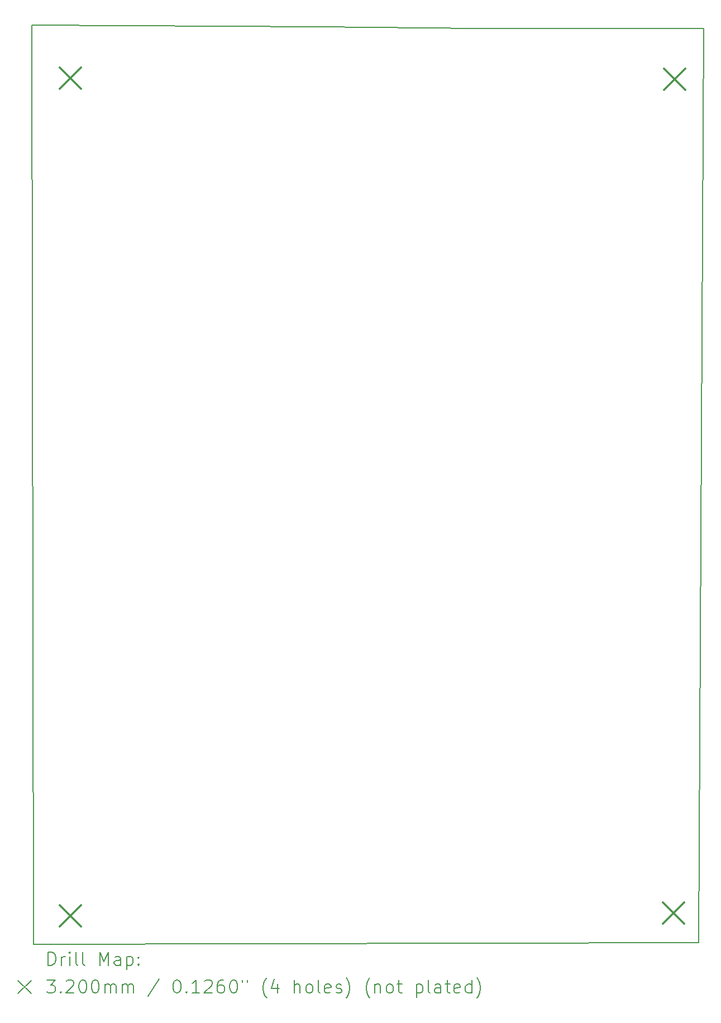
<source format=gbr>
%TF.GenerationSoftware,KiCad,Pcbnew,8.0.1*%
%TF.CreationDate,2024-10-07T22:49:59+02:00*%
%TF.ProjectId,CREPP.io,43524550-502e-4696-9f2e-6b696361645f,rev?*%
%TF.SameCoordinates,Original*%
%TF.FileFunction,Drillmap*%
%TF.FilePolarity,Positive*%
%FSLAX45Y45*%
G04 Gerber Fmt 4.5, Leading zero omitted, Abs format (unit mm)*
G04 Created by KiCad (PCBNEW 8.0.1) date 2024-10-07 22:49:59*
%MOMM*%
%LPD*%
G01*
G04 APERTURE LIST*
%ADD10C,0.200000*%
%ADD11C,0.320000*%
G04 APERTURE END LIST*
D10*
X14279880Y-1524000D02*
X16692880Y-1549400D01*
X16718280Y-1549400D01*
X20121880Y-1549400D01*
X20045680Y-15417800D01*
X9961880Y-15443200D01*
X9936480Y-1498600D01*
X14279880Y-1524000D01*
D11*
X10359619Y-14856579D02*
X10679619Y-15176579D01*
X10679619Y-14856579D02*
X10359619Y-15176579D01*
X10364699Y-2146419D02*
X10684699Y-2466419D01*
X10684699Y-2146419D02*
X10364699Y-2466419D01*
X19508699Y-14810859D02*
X19828699Y-15130859D01*
X19828699Y-14810859D02*
X19508699Y-15130859D01*
X19523939Y-2161659D02*
X19843939Y-2481659D01*
X19843939Y-2161659D02*
X19523939Y-2481659D01*
D10*
X10187257Y-15764684D02*
X10187257Y-15564684D01*
X10187257Y-15564684D02*
X10234876Y-15564684D01*
X10234876Y-15564684D02*
X10263447Y-15574208D01*
X10263447Y-15574208D02*
X10282495Y-15593255D01*
X10282495Y-15593255D02*
X10292019Y-15612303D01*
X10292019Y-15612303D02*
X10301543Y-15650398D01*
X10301543Y-15650398D02*
X10301543Y-15678969D01*
X10301543Y-15678969D02*
X10292019Y-15717065D01*
X10292019Y-15717065D02*
X10282495Y-15736112D01*
X10282495Y-15736112D02*
X10263447Y-15755160D01*
X10263447Y-15755160D02*
X10234876Y-15764684D01*
X10234876Y-15764684D02*
X10187257Y-15764684D01*
X10387257Y-15764684D02*
X10387257Y-15631350D01*
X10387257Y-15669446D02*
X10396781Y-15650398D01*
X10396781Y-15650398D02*
X10406304Y-15640874D01*
X10406304Y-15640874D02*
X10425352Y-15631350D01*
X10425352Y-15631350D02*
X10444400Y-15631350D01*
X10511066Y-15764684D02*
X10511066Y-15631350D01*
X10511066Y-15564684D02*
X10501543Y-15574208D01*
X10501543Y-15574208D02*
X10511066Y-15583731D01*
X10511066Y-15583731D02*
X10520590Y-15574208D01*
X10520590Y-15574208D02*
X10511066Y-15564684D01*
X10511066Y-15564684D02*
X10511066Y-15583731D01*
X10634876Y-15764684D02*
X10615828Y-15755160D01*
X10615828Y-15755160D02*
X10606304Y-15736112D01*
X10606304Y-15736112D02*
X10606304Y-15564684D01*
X10739638Y-15764684D02*
X10720590Y-15755160D01*
X10720590Y-15755160D02*
X10711066Y-15736112D01*
X10711066Y-15736112D02*
X10711066Y-15564684D01*
X10968209Y-15764684D02*
X10968209Y-15564684D01*
X10968209Y-15564684D02*
X11034876Y-15707541D01*
X11034876Y-15707541D02*
X11101543Y-15564684D01*
X11101543Y-15564684D02*
X11101543Y-15764684D01*
X11282495Y-15764684D02*
X11282495Y-15659922D01*
X11282495Y-15659922D02*
X11272971Y-15640874D01*
X11272971Y-15640874D02*
X11253923Y-15631350D01*
X11253923Y-15631350D02*
X11215828Y-15631350D01*
X11215828Y-15631350D02*
X11196781Y-15640874D01*
X11282495Y-15755160D02*
X11263447Y-15764684D01*
X11263447Y-15764684D02*
X11215828Y-15764684D01*
X11215828Y-15764684D02*
X11196781Y-15755160D01*
X11196781Y-15755160D02*
X11187257Y-15736112D01*
X11187257Y-15736112D02*
X11187257Y-15717065D01*
X11187257Y-15717065D02*
X11196781Y-15698017D01*
X11196781Y-15698017D02*
X11215828Y-15688493D01*
X11215828Y-15688493D02*
X11263447Y-15688493D01*
X11263447Y-15688493D02*
X11282495Y-15678969D01*
X11377733Y-15631350D02*
X11377733Y-15831350D01*
X11377733Y-15640874D02*
X11396781Y-15631350D01*
X11396781Y-15631350D02*
X11434876Y-15631350D01*
X11434876Y-15631350D02*
X11453923Y-15640874D01*
X11453923Y-15640874D02*
X11463447Y-15650398D01*
X11463447Y-15650398D02*
X11472971Y-15669446D01*
X11472971Y-15669446D02*
X11472971Y-15726588D01*
X11472971Y-15726588D02*
X11463447Y-15745636D01*
X11463447Y-15745636D02*
X11453923Y-15755160D01*
X11453923Y-15755160D02*
X11434876Y-15764684D01*
X11434876Y-15764684D02*
X11396781Y-15764684D01*
X11396781Y-15764684D02*
X11377733Y-15755160D01*
X11558685Y-15745636D02*
X11568209Y-15755160D01*
X11568209Y-15755160D02*
X11558685Y-15764684D01*
X11558685Y-15764684D02*
X11549162Y-15755160D01*
X11549162Y-15755160D02*
X11558685Y-15745636D01*
X11558685Y-15745636D02*
X11558685Y-15764684D01*
X11558685Y-15640874D02*
X11568209Y-15650398D01*
X11568209Y-15650398D02*
X11558685Y-15659922D01*
X11558685Y-15659922D02*
X11549162Y-15650398D01*
X11549162Y-15650398D02*
X11558685Y-15640874D01*
X11558685Y-15640874D02*
X11558685Y-15659922D01*
X9726480Y-15993200D02*
X9926480Y-16193200D01*
X9926480Y-15993200D02*
X9726480Y-16193200D01*
X10168209Y-15984684D02*
X10292019Y-15984684D01*
X10292019Y-15984684D02*
X10225352Y-16060874D01*
X10225352Y-16060874D02*
X10253924Y-16060874D01*
X10253924Y-16060874D02*
X10272971Y-16070398D01*
X10272971Y-16070398D02*
X10282495Y-16079922D01*
X10282495Y-16079922D02*
X10292019Y-16098969D01*
X10292019Y-16098969D02*
X10292019Y-16146588D01*
X10292019Y-16146588D02*
X10282495Y-16165636D01*
X10282495Y-16165636D02*
X10272971Y-16175160D01*
X10272971Y-16175160D02*
X10253924Y-16184684D01*
X10253924Y-16184684D02*
X10196781Y-16184684D01*
X10196781Y-16184684D02*
X10177733Y-16175160D01*
X10177733Y-16175160D02*
X10168209Y-16165636D01*
X10377733Y-16165636D02*
X10387257Y-16175160D01*
X10387257Y-16175160D02*
X10377733Y-16184684D01*
X10377733Y-16184684D02*
X10368209Y-16175160D01*
X10368209Y-16175160D02*
X10377733Y-16165636D01*
X10377733Y-16165636D02*
X10377733Y-16184684D01*
X10463447Y-16003731D02*
X10472971Y-15994208D01*
X10472971Y-15994208D02*
X10492019Y-15984684D01*
X10492019Y-15984684D02*
X10539638Y-15984684D01*
X10539638Y-15984684D02*
X10558685Y-15994208D01*
X10558685Y-15994208D02*
X10568209Y-16003731D01*
X10568209Y-16003731D02*
X10577733Y-16022779D01*
X10577733Y-16022779D02*
X10577733Y-16041827D01*
X10577733Y-16041827D02*
X10568209Y-16070398D01*
X10568209Y-16070398D02*
X10453924Y-16184684D01*
X10453924Y-16184684D02*
X10577733Y-16184684D01*
X10701543Y-15984684D02*
X10720590Y-15984684D01*
X10720590Y-15984684D02*
X10739638Y-15994208D01*
X10739638Y-15994208D02*
X10749162Y-16003731D01*
X10749162Y-16003731D02*
X10758685Y-16022779D01*
X10758685Y-16022779D02*
X10768209Y-16060874D01*
X10768209Y-16060874D02*
X10768209Y-16108493D01*
X10768209Y-16108493D02*
X10758685Y-16146588D01*
X10758685Y-16146588D02*
X10749162Y-16165636D01*
X10749162Y-16165636D02*
X10739638Y-16175160D01*
X10739638Y-16175160D02*
X10720590Y-16184684D01*
X10720590Y-16184684D02*
X10701543Y-16184684D01*
X10701543Y-16184684D02*
X10682495Y-16175160D01*
X10682495Y-16175160D02*
X10672971Y-16165636D01*
X10672971Y-16165636D02*
X10663447Y-16146588D01*
X10663447Y-16146588D02*
X10653924Y-16108493D01*
X10653924Y-16108493D02*
X10653924Y-16060874D01*
X10653924Y-16060874D02*
X10663447Y-16022779D01*
X10663447Y-16022779D02*
X10672971Y-16003731D01*
X10672971Y-16003731D02*
X10682495Y-15994208D01*
X10682495Y-15994208D02*
X10701543Y-15984684D01*
X10892019Y-15984684D02*
X10911066Y-15984684D01*
X10911066Y-15984684D02*
X10930114Y-15994208D01*
X10930114Y-15994208D02*
X10939638Y-16003731D01*
X10939638Y-16003731D02*
X10949162Y-16022779D01*
X10949162Y-16022779D02*
X10958685Y-16060874D01*
X10958685Y-16060874D02*
X10958685Y-16108493D01*
X10958685Y-16108493D02*
X10949162Y-16146588D01*
X10949162Y-16146588D02*
X10939638Y-16165636D01*
X10939638Y-16165636D02*
X10930114Y-16175160D01*
X10930114Y-16175160D02*
X10911066Y-16184684D01*
X10911066Y-16184684D02*
X10892019Y-16184684D01*
X10892019Y-16184684D02*
X10872971Y-16175160D01*
X10872971Y-16175160D02*
X10863447Y-16165636D01*
X10863447Y-16165636D02*
X10853924Y-16146588D01*
X10853924Y-16146588D02*
X10844400Y-16108493D01*
X10844400Y-16108493D02*
X10844400Y-16060874D01*
X10844400Y-16060874D02*
X10853924Y-16022779D01*
X10853924Y-16022779D02*
X10863447Y-16003731D01*
X10863447Y-16003731D02*
X10872971Y-15994208D01*
X10872971Y-15994208D02*
X10892019Y-15984684D01*
X11044400Y-16184684D02*
X11044400Y-16051350D01*
X11044400Y-16070398D02*
X11053924Y-16060874D01*
X11053924Y-16060874D02*
X11072971Y-16051350D01*
X11072971Y-16051350D02*
X11101543Y-16051350D01*
X11101543Y-16051350D02*
X11120590Y-16060874D01*
X11120590Y-16060874D02*
X11130114Y-16079922D01*
X11130114Y-16079922D02*
X11130114Y-16184684D01*
X11130114Y-16079922D02*
X11139638Y-16060874D01*
X11139638Y-16060874D02*
X11158685Y-16051350D01*
X11158685Y-16051350D02*
X11187257Y-16051350D01*
X11187257Y-16051350D02*
X11206304Y-16060874D01*
X11206304Y-16060874D02*
X11215828Y-16079922D01*
X11215828Y-16079922D02*
X11215828Y-16184684D01*
X11311066Y-16184684D02*
X11311066Y-16051350D01*
X11311066Y-16070398D02*
X11320590Y-16060874D01*
X11320590Y-16060874D02*
X11339638Y-16051350D01*
X11339638Y-16051350D02*
X11368209Y-16051350D01*
X11368209Y-16051350D02*
X11387257Y-16060874D01*
X11387257Y-16060874D02*
X11396781Y-16079922D01*
X11396781Y-16079922D02*
X11396781Y-16184684D01*
X11396781Y-16079922D02*
X11406304Y-16060874D01*
X11406304Y-16060874D02*
X11425352Y-16051350D01*
X11425352Y-16051350D02*
X11453923Y-16051350D01*
X11453923Y-16051350D02*
X11472971Y-16060874D01*
X11472971Y-16060874D02*
X11482495Y-16079922D01*
X11482495Y-16079922D02*
X11482495Y-16184684D01*
X11872971Y-15975160D02*
X11701543Y-16232303D01*
X12130114Y-15984684D02*
X12149162Y-15984684D01*
X12149162Y-15984684D02*
X12168209Y-15994208D01*
X12168209Y-15994208D02*
X12177733Y-16003731D01*
X12177733Y-16003731D02*
X12187257Y-16022779D01*
X12187257Y-16022779D02*
X12196781Y-16060874D01*
X12196781Y-16060874D02*
X12196781Y-16108493D01*
X12196781Y-16108493D02*
X12187257Y-16146588D01*
X12187257Y-16146588D02*
X12177733Y-16165636D01*
X12177733Y-16165636D02*
X12168209Y-16175160D01*
X12168209Y-16175160D02*
X12149162Y-16184684D01*
X12149162Y-16184684D02*
X12130114Y-16184684D01*
X12130114Y-16184684D02*
X12111066Y-16175160D01*
X12111066Y-16175160D02*
X12101543Y-16165636D01*
X12101543Y-16165636D02*
X12092019Y-16146588D01*
X12092019Y-16146588D02*
X12082495Y-16108493D01*
X12082495Y-16108493D02*
X12082495Y-16060874D01*
X12082495Y-16060874D02*
X12092019Y-16022779D01*
X12092019Y-16022779D02*
X12101543Y-16003731D01*
X12101543Y-16003731D02*
X12111066Y-15994208D01*
X12111066Y-15994208D02*
X12130114Y-15984684D01*
X12282495Y-16165636D02*
X12292019Y-16175160D01*
X12292019Y-16175160D02*
X12282495Y-16184684D01*
X12282495Y-16184684D02*
X12272971Y-16175160D01*
X12272971Y-16175160D02*
X12282495Y-16165636D01*
X12282495Y-16165636D02*
X12282495Y-16184684D01*
X12482495Y-16184684D02*
X12368209Y-16184684D01*
X12425352Y-16184684D02*
X12425352Y-15984684D01*
X12425352Y-15984684D02*
X12406305Y-16013255D01*
X12406305Y-16013255D02*
X12387257Y-16032303D01*
X12387257Y-16032303D02*
X12368209Y-16041827D01*
X12558686Y-16003731D02*
X12568209Y-15994208D01*
X12568209Y-15994208D02*
X12587257Y-15984684D01*
X12587257Y-15984684D02*
X12634876Y-15984684D01*
X12634876Y-15984684D02*
X12653924Y-15994208D01*
X12653924Y-15994208D02*
X12663447Y-16003731D01*
X12663447Y-16003731D02*
X12672971Y-16022779D01*
X12672971Y-16022779D02*
X12672971Y-16041827D01*
X12672971Y-16041827D02*
X12663447Y-16070398D01*
X12663447Y-16070398D02*
X12549162Y-16184684D01*
X12549162Y-16184684D02*
X12672971Y-16184684D01*
X12844400Y-15984684D02*
X12806305Y-15984684D01*
X12806305Y-15984684D02*
X12787257Y-15994208D01*
X12787257Y-15994208D02*
X12777733Y-16003731D01*
X12777733Y-16003731D02*
X12758686Y-16032303D01*
X12758686Y-16032303D02*
X12749162Y-16070398D01*
X12749162Y-16070398D02*
X12749162Y-16146588D01*
X12749162Y-16146588D02*
X12758686Y-16165636D01*
X12758686Y-16165636D02*
X12768209Y-16175160D01*
X12768209Y-16175160D02*
X12787257Y-16184684D01*
X12787257Y-16184684D02*
X12825352Y-16184684D01*
X12825352Y-16184684D02*
X12844400Y-16175160D01*
X12844400Y-16175160D02*
X12853924Y-16165636D01*
X12853924Y-16165636D02*
X12863447Y-16146588D01*
X12863447Y-16146588D02*
X12863447Y-16098969D01*
X12863447Y-16098969D02*
X12853924Y-16079922D01*
X12853924Y-16079922D02*
X12844400Y-16070398D01*
X12844400Y-16070398D02*
X12825352Y-16060874D01*
X12825352Y-16060874D02*
X12787257Y-16060874D01*
X12787257Y-16060874D02*
X12768209Y-16070398D01*
X12768209Y-16070398D02*
X12758686Y-16079922D01*
X12758686Y-16079922D02*
X12749162Y-16098969D01*
X12987257Y-15984684D02*
X13006305Y-15984684D01*
X13006305Y-15984684D02*
X13025352Y-15994208D01*
X13025352Y-15994208D02*
X13034876Y-16003731D01*
X13034876Y-16003731D02*
X13044400Y-16022779D01*
X13044400Y-16022779D02*
X13053924Y-16060874D01*
X13053924Y-16060874D02*
X13053924Y-16108493D01*
X13053924Y-16108493D02*
X13044400Y-16146588D01*
X13044400Y-16146588D02*
X13034876Y-16165636D01*
X13034876Y-16165636D02*
X13025352Y-16175160D01*
X13025352Y-16175160D02*
X13006305Y-16184684D01*
X13006305Y-16184684D02*
X12987257Y-16184684D01*
X12987257Y-16184684D02*
X12968209Y-16175160D01*
X12968209Y-16175160D02*
X12958686Y-16165636D01*
X12958686Y-16165636D02*
X12949162Y-16146588D01*
X12949162Y-16146588D02*
X12939638Y-16108493D01*
X12939638Y-16108493D02*
X12939638Y-16060874D01*
X12939638Y-16060874D02*
X12949162Y-16022779D01*
X12949162Y-16022779D02*
X12958686Y-16003731D01*
X12958686Y-16003731D02*
X12968209Y-15994208D01*
X12968209Y-15994208D02*
X12987257Y-15984684D01*
X13130114Y-15984684D02*
X13130114Y-16022779D01*
X13206305Y-15984684D02*
X13206305Y-16022779D01*
X13501543Y-16260874D02*
X13492019Y-16251350D01*
X13492019Y-16251350D02*
X13472971Y-16222779D01*
X13472971Y-16222779D02*
X13463448Y-16203731D01*
X13463448Y-16203731D02*
X13453924Y-16175160D01*
X13453924Y-16175160D02*
X13444400Y-16127541D01*
X13444400Y-16127541D02*
X13444400Y-16089446D01*
X13444400Y-16089446D02*
X13453924Y-16041827D01*
X13453924Y-16041827D02*
X13463448Y-16013255D01*
X13463448Y-16013255D02*
X13472971Y-15994208D01*
X13472971Y-15994208D02*
X13492019Y-15965636D01*
X13492019Y-15965636D02*
X13501543Y-15956112D01*
X13663448Y-16051350D02*
X13663448Y-16184684D01*
X13615828Y-15975160D02*
X13568209Y-16118017D01*
X13568209Y-16118017D02*
X13692019Y-16118017D01*
X13920590Y-16184684D02*
X13920590Y-15984684D01*
X14006305Y-16184684D02*
X14006305Y-16079922D01*
X14006305Y-16079922D02*
X13996781Y-16060874D01*
X13996781Y-16060874D02*
X13977733Y-16051350D01*
X13977733Y-16051350D02*
X13949162Y-16051350D01*
X13949162Y-16051350D02*
X13930114Y-16060874D01*
X13930114Y-16060874D02*
X13920590Y-16070398D01*
X14130114Y-16184684D02*
X14111067Y-16175160D01*
X14111067Y-16175160D02*
X14101543Y-16165636D01*
X14101543Y-16165636D02*
X14092019Y-16146588D01*
X14092019Y-16146588D02*
X14092019Y-16089446D01*
X14092019Y-16089446D02*
X14101543Y-16070398D01*
X14101543Y-16070398D02*
X14111067Y-16060874D01*
X14111067Y-16060874D02*
X14130114Y-16051350D01*
X14130114Y-16051350D02*
X14158686Y-16051350D01*
X14158686Y-16051350D02*
X14177733Y-16060874D01*
X14177733Y-16060874D02*
X14187257Y-16070398D01*
X14187257Y-16070398D02*
X14196781Y-16089446D01*
X14196781Y-16089446D02*
X14196781Y-16146588D01*
X14196781Y-16146588D02*
X14187257Y-16165636D01*
X14187257Y-16165636D02*
X14177733Y-16175160D01*
X14177733Y-16175160D02*
X14158686Y-16184684D01*
X14158686Y-16184684D02*
X14130114Y-16184684D01*
X14311067Y-16184684D02*
X14292019Y-16175160D01*
X14292019Y-16175160D02*
X14282495Y-16156112D01*
X14282495Y-16156112D02*
X14282495Y-15984684D01*
X14463448Y-16175160D02*
X14444400Y-16184684D01*
X14444400Y-16184684D02*
X14406305Y-16184684D01*
X14406305Y-16184684D02*
X14387257Y-16175160D01*
X14387257Y-16175160D02*
X14377733Y-16156112D01*
X14377733Y-16156112D02*
X14377733Y-16079922D01*
X14377733Y-16079922D02*
X14387257Y-16060874D01*
X14387257Y-16060874D02*
X14406305Y-16051350D01*
X14406305Y-16051350D02*
X14444400Y-16051350D01*
X14444400Y-16051350D02*
X14463448Y-16060874D01*
X14463448Y-16060874D02*
X14472971Y-16079922D01*
X14472971Y-16079922D02*
X14472971Y-16098969D01*
X14472971Y-16098969D02*
X14377733Y-16118017D01*
X14549162Y-16175160D02*
X14568210Y-16184684D01*
X14568210Y-16184684D02*
X14606305Y-16184684D01*
X14606305Y-16184684D02*
X14625352Y-16175160D01*
X14625352Y-16175160D02*
X14634876Y-16156112D01*
X14634876Y-16156112D02*
X14634876Y-16146588D01*
X14634876Y-16146588D02*
X14625352Y-16127541D01*
X14625352Y-16127541D02*
X14606305Y-16118017D01*
X14606305Y-16118017D02*
X14577733Y-16118017D01*
X14577733Y-16118017D02*
X14558686Y-16108493D01*
X14558686Y-16108493D02*
X14549162Y-16089446D01*
X14549162Y-16089446D02*
X14549162Y-16079922D01*
X14549162Y-16079922D02*
X14558686Y-16060874D01*
X14558686Y-16060874D02*
X14577733Y-16051350D01*
X14577733Y-16051350D02*
X14606305Y-16051350D01*
X14606305Y-16051350D02*
X14625352Y-16060874D01*
X14701543Y-16260874D02*
X14711067Y-16251350D01*
X14711067Y-16251350D02*
X14730114Y-16222779D01*
X14730114Y-16222779D02*
X14739638Y-16203731D01*
X14739638Y-16203731D02*
X14749162Y-16175160D01*
X14749162Y-16175160D02*
X14758686Y-16127541D01*
X14758686Y-16127541D02*
X14758686Y-16089446D01*
X14758686Y-16089446D02*
X14749162Y-16041827D01*
X14749162Y-16041827D02*
X14739638Y-16013255D01*
X14739638Y-16013255D02*
X14730114Y-15994208D01*
X14730114Y-15994208D02*
X14711067Y-15965636D01*
X14711067Y-15965636D02*
X14701543Y-15956112D01*
X15063448Y-16260874D02*
X15053924Y-16251350D01*
X15053924Y-16251350D02*
X15034876Y-16222779D01*
X15034876Y-16222779D02*
X15025352Y-16203731D01*
X15025352Y-16203731D02*
X15015829Y-16175160D01*
X15015829Y-16175160D02*
X15006305Y-16127541D01*
X15006305Y-16127541D02*
X15006305Y-16089446D01*
X15006305Y-16089446D02*
X15015829Y-16041827D01*
X15015829Y-16041827D02*
X15025352Y-16013255D01*
X15025352Y-16013255D02*
X15034876Y-15994208D01*
X15034876Y-15994208D02*
X15053924Y-15965636D01*
X15053924Y-15965636D02*
X15063448Y-15956112D01*
X15139638Y-16051350D02*
X15139638Y-16184684D01*
X15139638Y-16070398D02*
X15149162Y-16060874D01*
X15149162Y-16060874D02*
X15168210Y-16051350D01*
X15168210Y-16051350D02*
X15196781Y-16051350D01*
X15196781Y-16051350D02*
X15215829Y-16060874D01*
X15215829Y-16060874D02*
X15225352Y-16079922D01*
X15225352Y-16079922D02*
X15225352Y-16184684D01*
X15349162Y-16184684D02*
X15330114Y-16175160D01*
X15330114Y-16175160D02*
X15320591Y-16165636D01*
X15320591Y-16165636D02*
X15311067Y-16146588D01*
X15311067Y-16146588D02*
X15311067Y-16089446D01*
X15311067Y-16089446D02*
X15320591Y-16070398D01*
X15320591Y-16070398D02*
X15330114Y-16060874D01*
X15330114Y-16060874D02*
X15349162Y-16051350D01*
X15349162Y-16051350D02*
X15377733Y-16051350D01*
X15377733Y-16051350D02*
X15396781Y-16060874D01*
X15396781Y-16060874D02*
X15406305Y-16070398D01*
X15406305Y-16070398D02*
X15415829Y-16089446D01*
X15415829Y-16089446D02*
X15415829Y-16146588D01*
X15415829Y-16146588D02*
X15406305Y-16165636D01*
X15406305Y-16165636D02*
X15396781Y-16175160D01*
X15396781Y-16175160D02*
X15377733Y-16184684D01*
X15377733Y-16184684D02*
X15349162Y-16184684D01*
X15472972Y-16051350D02*
X15549162Y-16051350D01*
X15501543Y-15984684D02*
X15501543Y-16156112D01*
X15501543Y-16156112D02*
X15511067Y-16175160D01*
X15511067Y-16175160D02*
X15530114Y-16184684D01*
X15530114Y-16184684D02*
X15549162Y-16184684D01*
X15768210Y-16051350D02*
X15768210Y-16251350D01*
X15768210Y-16060874D02*
X15787257Y-16051350D01*
X15787257Y-16051350D02*
X15825353Y-16051350D01*
X15825353Y-16051350D02*
X15844400Y-16060874D01*
X15844400Y-16060874D02*
X15853924Y-16070398D01*
X15853924Y-16070398D02*
X15863448Y-16089446D01*
X15863448Y-16089446D02*
X15863448Y-16146588D01*
X15863448Y-16146588D02*
X15853924Y-16165636D01*
X15853924Y-16165636D02*
X15844400Y-16175160D01*
X15844400Y-16175160D02*
X15825353Y-16184684D01*
X15825353Y-16184684D02*
X15787257Y-16184684D01*
X15787257Y-16184684D02*
X15768210Y-16175160D01*
X15977733Y-16184684D02*
X15958686Y-16175160D01*
X15958686Y-16175160D02*
X15949162Y-16156112D01*
X15949162Y-16156112D02*
X15949162Y-15984684D01*
X16139638Y-16184684D02*
X16139638Y-16079922D01*
X16139638Y-16079922D02*
X16130114Y-16060874D01*
X16130114Y-16060874D02*
X16111067Y-16051350D01*
X16111067Y-16051350D02*
X16072972Y-16051350D01*
X16072972Y-16051350D02*
X16053924Y-16060874D01*
X16139638Y-16175160D02*
X16120591Y-16184684D01*
X16120591Y-16184684D02*
X16072972Y-16184684D01*
X16072972Y-16184684D02*
X16053924Y-16175160D01*
X16053924Y-16175160D02*
X16044400Y-16156112D01*
X16044400Y-16156112D02*
X16044400Y-16137065D01*
X16044400Y-16137065D02*
X16053924Y-16118017D01*
X16053924Y-16118017D02*
X16072972Y-16108493D01*
X16072972Y-16108493D02*
X16120591Y-16108493D01*
X16120591Y-16108493D02*
X16139638Y-16098969D01*
X16206305Y-16051350D02*
X16282495Y-16051350D01*
X16234876Y-15984684D02*
X16234876Y-16156112D01*
X16234876Y-16156112D02*
X16244400Y-16175160D01*
X16244400Y-16175160D02*
X16263448Y-16184684D01*
X16263448Y-16184684D02*
X16282495Y-16184684D01*
X16425353Y-16175160D02*
X16406305Y-16184684D01*
X16406305Y-16184684D02*
X16368210Y-16184684D01*
X16368210Y-16184684D02*
X16349162Y-16175160D01*
X16349162Y-16175160D02*
X16339638Y-16156112D01*
X16339638Y-16156112D02*
X16339638Y-16079922D01*
X16339638Y-16079922D02*
X16349162Y-16060874D01*
X16349162Y-16060874D02*
X16368210Y-16051350D01*
X16368210Y-16051350D02*
X16406305Y-16051350D01*
X16406305Y-16051350D02*
X16425353Y-16060874D01*
X16425353Y-16060874D02*
X16434876Y-16079922D01*
X16434876Y-16079922D02*
X16434876Y-16098969D01*
X16434876Y-16098969D02*
X16339638Y-16118017D01*
X16606305Y-16184684D02*
X16606305Y-15984684D01*
X16606305Y-16175160D02*
X16587257Y-16184684D01*
X16587257Y-16184684D02*
X16549162Y-16184684D01*
X16549162Y-16184684D02*
X16530114Y-16175160D01*
X16530114Y-16175160D02*
X16520591Y-16165636D01*
X16520591Y-16165636D02*
X16511067Y-16146588D01*
X16511067Y-16146588D02*
X16511067Y-16089446D01*
X16511067Y-16089446D02*
X16520591Y-16070398D01*
X16520591Y-16070398D02*
X16530114Y-16060874D01*
X16530114Y-16060874D02*
X16549162Y-16051350D01*
X16549162Y-16051350D02*
X16587257Y-16051350D01*
X16587257Y-16051350D02*
X16606305Y-16060874D01*
X16682495Y-16260874D02*
X16692019Y-16251350D01*
X16692019Y-16251350D02*
X16711067Y-16222779D01*
X16711067Y-16222779D02*
X16720591Y-16203731D01*
X16720591Y-16203731D02*
X16730114Y-16175160D01*
X16730114Y-16175160D02*
X16739638Y-16127541D01*
X16739638Y-16127541D02*
X16739638Y-16089446D01*
X16739638Y-16089446D02*
X16730114Y-16041827D01*
X16730114Y-16041827D02*
X16720591Y-16013255D01*
X16720591Y-16013255D02*
X16711067Y-15994208D01*
X16711067Y-15994208D02*
X16692019Y-15965636D01*
X16692019Y-15965636D02*
X16682495Y-15956112D01*
M02*

</source>
